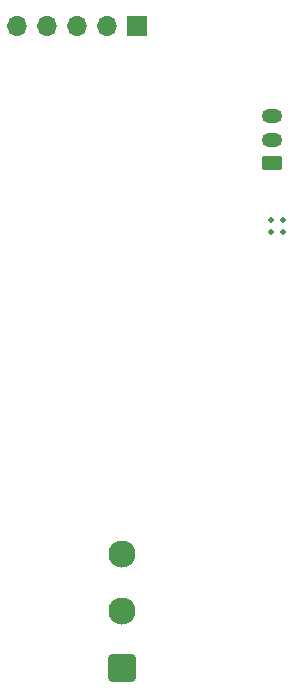
<source format=gbr>
%TF.GenerationSoftware,KiCad,Pcbnew,7.0.7+dfsg-1*%
%TF.CreationDate,2024-03-25T16:35:43+01:00*%
%TF.ProjectId,bitaxeUltra-asic,62697461-7865-4556-9c74-72612d617369,rev?*%
%TF.SameCoordinates,Original*%
%TF.FileFunction,Copper,L2,Inr*%
%TF.FilePolarity,Positive*%
%FSLAX46Y46*%
G04 Gerber Fmt 4.6, Leading zero omitted, Abs format (unit mm)*
G04 Created by KiCad (PCBNEW 7.0.7+dfsg-1) date 2024-03-25 16:35:43*
%MOMM*%
%LPD*%
G01*
G04 APERTURE LIST*
G04 Aperture macros list*
%AMRoundRect*
0 Rectangle with rounded corners*
0 $1 Rounding radius*
0 $2 $3 $4 $5 $6 $7 $8 $9 X,Y pos of 4 corners*
0 Add a 4 corners polygon primitive as box body*
4,1,4,$2,$3,$4,$5,$6,$7,$8,$9,$2,$3,0*
0 Add four circle primitives for the rounded corners*
1,1,$1+$1,$2,$3*
1,1,$1+$1,$4,$5*
1,1,$1+$1,$6,$7*
1,1,$1+$1,$8,$9*
0 Add four rect primitives between the rounded corners*
20,1,$1+$1,$2,$3,$4,$5,0*
20,1,$1+$1,$4,$5,$6,$7,0*
20,1,$1+$1,$6,$7,$8,$9,0*
20,1,$1+$1,$8,$9,$2,$3,0*%
G04 Aperture macros list end*
%TA.AperFunction,ComponentPad*%
%ADD10RoundRect,0.250001X0.899999X-0.899999X0.899999X0.899999X-0.899999X0.899999X-0.899999X-0.899999X0*%
%TD*%
%TA.AperFunction,ComponentPad*%
%ADD11C,2.300000*%
%TD*%
%TA.AperFunction,ComponentPad*%
%ADD12C,0.500000*%
%TD*%
%TA.AperFunction,ComponentPad*%
%ADD13RoundRect,0.250000X0.625000X-0.350000X0.625000X0.350000X-0.625000X0.350000X-0.625000X-0.350000X0*%
%TD*%
%TA.AperFunction,ComponentPad*%
%ADD14O,1.750000X1.200000*%
%TD*%
%TA.AperFunction,ComponentPad*%
%ADD15O,1.700000X1.700000*%
%TD*%
%TA.AperFunction,ComponentPad*%
%ADD16R,1.700000X1.700000*%
%TD*%
G04 APERTURE END LIST*
D10*
%TO.N,/VDD*%
%TO.C,J2*%
X146050000Y-110210000D03*
D11*
%TO.N,/5V*%
X146050000Y-105410000D03*
%TO.N,/3V3*%
X146050000Y-100610000D03*
%TD*%
D12*
%TO.N,GND*%
%TO.C,U2*%
X159665000Y-73305000D03*
X158665000Y-73305000D03*
X158665000Y-72305000D03*
X159665000Y-72305000D03*
%TD*%
D13*
%TO.N,/RST*%
%TO.C,J1*%
X158750000Y-67500000D03*
D14*
%TO.N,/TX*%
X158750000Y-65500000D03*
%TO.N,/RX*%
X158750000Y-63500000D03*
%TD*%
D15*
%TO.N,GND*%
%TO.C,J3*%
X137160000Y-55880000D03*
%TO.N,/BM1366/RST_N*%
X139700000Y-55880000D03*
%TO.N,/BM1366/RO*%
X142240000Y-55880000D03*
%TO.N,/BM1366/CI*%
X144780000Y-55880000D03*
D16*
%TO.N,/BM1366/1V8*%
X147320000Y-55880000D03*
%TD*%
M02*

</source>
